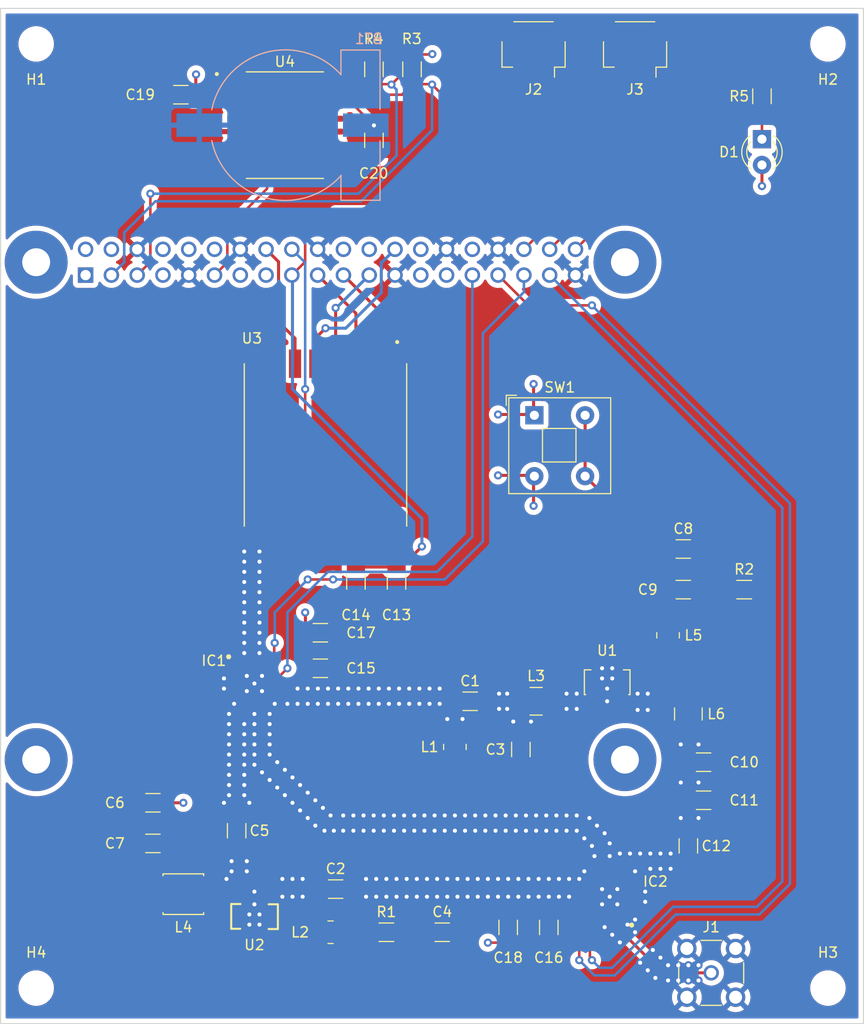
<source format=kicad_pcb>
(kicad_pcb (version 20211014) (generator pcbnew)
  (title_block (title "RF Communications Ground PCB") (date "2022-10-30") (rev "1") (company "Rice Eclipse"))
  (layers (0 "F.Cu" signal) (1 "In1.Cu" signal) (2 "In2.Cu" signal) (31 "B.Cu" signal) (34 "B.Paste" user) (35 "F.Paste" user) (36 "B.SilkS" user "B.Silkscreen") (37 "F.SilkS" user "F.Silkscreen") (38 "B.Mask" user) (39 "F.Mask" user) (44 "Edge.Cuts" user))
  (net 0 "")
  (net 4 "CTRL1A")
  (net 8 "Net-(L3-Pad2)")
  (net 9 "Net-(L5-Pad2)")
  (net 15 "CTRL1B")
  (net 17 "BUT3")
  (net 18 "BUT1")
  (net 19 "BUT2")
  (net 20 "NOAMP")
  (net 21 "LNA-TRX")
  (net 22 "PAMP-TRX")
  (net 23 "GND")
  (net 24 "Net-(IC2-Pad22)")
  (net 25 "CTRL2A")
  (net 26 "CTRL2B")
  (net 27 "TRX")
  (net 28 "+3.3V")
  (net 29 "+5V")
  (net 32 "LNA-ANT")
  (net 33 "PAMP-ANT")
  (net 34 "SDA")
  (net 35 "SCL")
  (net 36 "MISO")
  (net 37 "MOSI")
  (net 38 "SCLK")
  (net 39 "CS")
  (net 40 "RST-TRX")
  (net 41 "Net-(BT1-PadP)")
  (net 42 "Net-(C2-Pad2)")
  (net 43 "Net-(C5-Pad1)")
  (net 47 "DIO0")
  (net 50 "RST-RTC")
  (net 51 "Net-(C1-Pad2)")
  (net 52 "Net-(C4-Pad1)")
  (net 53 "Net-(C9-Pad2)")
  (net 54 "Net-(C10-Pad1)")
  (net 55 "Net-(D1-Pad1)")
  (net 56 "Net-(L2-Pad2)")
  (net 57 "Net-(C8-Pad1)")
  (net 58 "unconnected-(J2-PadMP)")
  (net 59 "unconnected-(J3-PadMP)")
  (footprint "Inductor_SMD:L_1008_2520Metric" (layer "F.Cu") (at 144.75 122.75 -90)
    (fp_text reference "L1")
    (fp_text value "40n")
  )
  (footprint "MountingHole:MountingHole_2.5mm" (layer "F.Cu") (at 103.5 53.5)
    (fp_text reference "H1")
    (fp_text value "MountingHole" hide)
  )
  (footprint "Capacitor_SMD:C_1206_3216Metric" (layer "F.Cu") (at 123.25 131 90)
    (fp_text reference "C5")
    (fp_text value "0.01u")
  )
  (footprint "MountingHole:MountingHole_2.5mm" (layer "F.Cu") (at 181.5 53.5)
    (fp_text reference "H2")
    (fp_text value "MountingHole" hide)
  )
  (footprint "Resistor_SMD:R_1206_3216Metric" (layer "F.Cu") (at 173.25 107.25)
    (fp_text reference "R2")
    (fp_text value "5.1R")
  )
  (footprint "Inductor_SMD:L_1210_3225Metric" (layer "F.Cu") (at 152.75 118.25)
    (fp_text reference "L3")
    (fp_text value "4.3n")
  )
  (footprint "Resistor_SMD:R_1206_3216Metric" (layer "F.Cu") (at 140.525 56 -90)
    (fp_text reference "R3")
    (fp_text value "4.7K")
  )
  (footprint "MountingHole:MountingHole_2.5mm" (layer "F.Cu") (at 181.5 146.5)
    (fp_text reference "H3")
    (fp_text value "MountingHole" hide)
  )
  (footprint "Button_Switch_THT:SW_Push_2P1T_Toggle_CK_PVA1xxH1xxxxxxV2" (layer "F.Cu") (at 152.5775 90.0775)
    (fp_text reference "SW1")
    (fp_text value "SW_SPST" hide)
  )
  (footprint "Eclipse_RF_Footprints:SWITCH-HSWA4-63DR+" (layer "F.Cu") (at 160 137.5 180)
    (fp_text reference "IC2")
    (fp_text value "SWITCH-HSWA4-63DR+" hide)
  )
  (footprint "Capacitor_SMD:C_1206_3216Metric" (layer "F.Cu") (at 169.25 124.25)
    (fp_text reference "C10")
    (fp_text value "6.8p")
  )
  (footprint "Eclipse_RF_Footprints:CHOKE-LQH44PN4R7MP0L" (layer "F.Cu") (at 118 137.25)
    (fp_text reference "L4")
    (fp_text value "CHOKE-LQH44PN4R7MP0L" hide)
  )
  (footprint "Connector_JST:JST_SH_SM04B-SRSS-TB_1x04-1MP_P1.00mm_Horizontal" (layer "F.Cu") (at 162.5 54 180)
    (fp_text reference "J3")
    (fp_text value "Conn_01x04")
  )
  (footprint "Inductor_SMD:L_1008_2520Metric" (layer "F.Cu") (at 165.75 111.75 -90)
    (fp_text reference "L5")
    (fp_text value "47n")
  )
  (footprint "Eclipse_RF_Footprints:RPI-4" (layer "F.Cu") (at 142.5 99.5)
    (fp_text reference "A1" hide)
    (fp_text value "RPI-ZERO-ADA3708" hide)
  )
  (footprint "Capacitor_SMD:C_1206_3216Metric" (layer "F.Cu") (at 154 140.525 90)
    (fp_text reference "C16")
    (fp_text value "100p")
  )
  (footprint "Eclipse_RF_Footprints:PAMP-HMC453ST89ETR" (layer "F.Cu") (at 159.75 116.5)
    (fp_text reference "U1")
    (fp_text value "HMC452ST89ETR" hide)
  )
  (footprint "Capacitor_SMD:C_1206_3216Metric" (layer "F.Cu") (at 150 140.525 90)
    (fp_text reference "C18")
    (fp_text value "1u")
  )
  (footprint "Capacitor_SMD:C_1206_3216Metric" (layer "F.Cu") (at 131.5 111.5)
    (fp_text reference "C17")
    (fp_text value "1u")
  )
  (footprint "Capacitor_SMD:C_1206_3216Metric" (layer "F.Cu") (at 135 106.5 90)
    (fp_text reference "C14")
    (fp_text value "0.1u")
  )
  (footprint "Capacitor_SMD:C_1206_3216Metric" (layer "F.Cu") (at 131.5 115)
    (fp_text reference "C15")
    (fp_text value "100p")
  )
  (footprint "Capacitor_SMD:C_1206_3216Metric" (layer "F.Cu") (at 117.75 58.5)
    (fp_text reference "C19")
    (fp_text value "0.47u")
  )
  (footprint "Eclipse_RF_Footprints:RTC-DS3231M-TRL" (layer "F.Cu") (at 128 61.5)
    (fp_text reference "U4")
    (fp_text value "DS3231M" hide)
  )
  (footprint "Capacitor_SMD:C_1206_3216Metric" (layer "F.Cu") (at 143.5 141)
    (fp_text reference "C4")
    (fp_text value "330p")
  )
  (footprint "Capacitor_SMD:C_1206_3216Metric" (layer "F.Cu") (at 146.25 118.25)
    (fp_text reference "C1")
    (fp_text value "12p")
  )
  (footprint "Capacitor_SMD:C_1206_3216Metric" (layer "F.Cu") (at 136.775 63 -90)
    (fp_text reference "C20")
    (fp_text value "0.47u")
  )
  (footprint "MountingHole:MountingHole_2.5mm" (layer "F.Cu") (at 103.5 146.5)
    (fp_text reference "H4")
    (fp_text value "MountingHole" hide)
  )
  (footprint "Capacitor_SMD:C_1206_3216Metric" (layer "F.Cu") (at 133 136.75 180)
    (fp_text reference "C2")
    (fp_text value "0.01u")
  )
  (footprint "Capacitor_SMD:C_1206_3216Metric" (layer "F.Cu") (at 115 128.25 180)
    (fp_text reference "C6")
    (fp_text value "10u")
  )
  (footprint "Capacitor_SMD:C_1206_3216Metric" (layer "F.Cu") (at 167.25 103.25)
    (fp_text reference "C8")
    (fp_text value "2.2u")
  )
  (footprint "Eclipse_RF_Footprints:SMA-LPRS-CONNECTOR" (layer "F.Cu") (at 170 145)
    (fp_text reference "J1")
    (fp_text value "SMA-LPRS-CONNECTOR" hide)
  )
  (footprint "Resistor_SMD:R_1206_3216Metric" (layer "F.Cu") (at 138 141)
    (fp_text reference "R1")
    (fp_text value "150R")
  )
  (footprint "LED_THT:LED_D3.0mm" (layer "F.Cu") (at 175 62.88125 -90)
    (fp_text reference "D1")
    (fp_text value "LED")
  )
  (footprint "Capacitor_SMD:C_1206_3216Metric" (layer "F.Cu") (at 139 106.5 90)
    (fp_text reference "C13")
    (fp_text value "10u")
  )
  (footprint "Eclipse_RF_Footprints:TRX-RFM98W-433" (layer "F.Cu") (at 132 93 -90)
    (fp_text reference "U3")
    (fp_text value "RFM96W-433S2" hide)
  )
  (footprint "Inductor_SMD:L_1210_3225Metric" (layer "F.Cu") (at 167.75 119.5 -90)
    (fp_text reference "L6")
    (fp_text value "5.1n")
  )
  (footprint "Capacitor_SMD:C_1206_3216Metric" (layer "F.Cu") (at 167.75 132.5 -90)
    (fp_text reference "C12")
    (fp_text value "39p")
  )
  (footprint "Resistor_SMD:R_1206_3216Metric" (layer "F.Cu") (at 175 58.65625 90)
    (fp_text reference "R5")
    (fp_text value "154R")
  )
  (footprint "Resistor_SMD:R_1206_3216Metric" (layer "F.Cu") (at 136.775 56 -90)
    (fp_text reference "R4")
    (fp_text value "4.7K")
  )
  (footprint "Inductor_SMD:L_1008_2520Metric" (layer "F.Cu") (at 132.5 141)
    (fp_text reference "L2")
    (fp_text value "620n")
  )
  (footprint "Capacitor_SMD:C_1206_3216Metric" (layer "F.Cu") (at 151.25 123 -90)
    (fp_text reference "C3")
    (fp_text value "15p")
  )
  (footprint "Capacitor_SMD:C_1206_3216Metric" (layer "F.Cu") (at 115 132.25 180)
    (fp_text reference "C7")
    (fp_text value "0.33u")
  )
  (footprint "Capacitor_SMD:C_1206_3216Metric" (layer "F.Cu") (at 167.25 107.25)
    (fp_text reference "C9")
    (fp_text value "100p")
  )
  (footprint "Eclipse_RF_Footprints:SWITCH-HSWA4-63DR+" (layer "F.Cu") (at 125 116.405)
    (fp_text reference "IC1")
    (fp_text value "SWITCH-HSWA4-63DR+" hide)
  )
  (footprint "Capacitor_SMD:C_1206_3216Metric" (layer "F.Cu") (at 169.25 128)
    (fp_text reference "C11")
    (fp_text value "6.8p")
  )
  (footprint "Eclipse_RF_Footprints:LNA-PGA-103+" (layer "F.Cu") (at 125 138.5 180)
    (fp_text reference "U2")
    (fp_text value "PGA-103+" hide)
  )
  (footprint "Connector_JST:JST_SH_SM04B-SRSS-TB_1x04-1MP_P1.00mm_Horizontal" (layer "F.Cu") (at 152.5 54 180)
    (fp_text reference "J2")
    (fp_text value "Conn_01x04")
  )
  (footprint "Eclipse_RF_Footprints:BATT-S8411-45R" (layer "B.Cu") (at 128 61.5 -90)
    (fp_text reference "BT1")
    (fp_text value "BATT-S8411-45R" hide)
  )
  (gr_rect (start 100 50) (end 185 150) (layer "Edge.Cuts") (width 0.1) (fill none))
  (segment (start 127.5 115.75) (end 128.25 115) (width 0.25) (layer "F.Cu") (net 4))
  (segment (start 126.95 115.75) (end 127.5 115.75) (width 0.25) (layer "F.Cu") (net 4))
  (via (at 128.25 115) (size 0.8) (drill 0.4) (layers "F.Cu" "B.Cu") (net 4))
  (segment (start 143 105.5) (end 132.25 105.5) (width 0.25) (layer "B.Cu") (net 4))
  (segment (start 146.47 102.03) (end 143 105.5) (width 0.25) (layer "B.Cu") (net 4))
  (segment (start 128.25 109.5) (end 128.25 115) (width 0.25) (layer "B.Cu") (net 4))
  (segment (start 146.47 76.27) (end 146.47 102.03) (width 0.25) (layer "B.Cu") (net 4))
  (segment (start 132.25 105.5) (end 128.25 109.5) (width 0.25) (layer "B.Cu") (net 4))
  (segment (start 158.1135 118.25) (end 154.15 118.25) (width 0.25) (layer "F.Cu") (net 8))
  (segment (start 164.050305 118.275) (end 164.050305 118.274695) (width 0.25) (layer "F.Cu") (net 9))
  (segment (start 164.050305 118.274695) (end 165.75 116.575) (width 0.3) (layer "F.Cu") (net 9))
  (segment (start 161.3665 118.275) (end 164.050305 118.275) (width 0.29337) (layer "F.Cu") (net 9))
  (segment (start 165.75 116.575) (end 165.75 112.825) (width 0.3) (layer "F.Cu") (net 9))
  (segment (start 164.050305 118.275) (end 167.575 118.275) (width 0.29337) (layer "F.Cu") (net 9))
  (segment (start 151.99 79.25) (end 149.01 76.27) (width 0.25) (layer "F.Cu") (net 15))
  (segment (start 157.345 138.155) (end 157 138.5) (width 0.25) (layer "F.Cu") (net 15))
  (segment (start 158.05 138.155) (end 157.345 138.155) (width 0.25) (layer "F.Cu") (net 15))
  (segment (start 158.25 79.25) (end 151.99 79.25) (width 0.25) (layer "F.Cu") (net 15))
  (segment (start 157 138.5) (end 157 143.75) (width 0.25) (layer "F.Cu") (net 15))
  (via (at 157 143.75) (size 0.8) (drill 0.4) (layers "F.Cu" "B.Cu") (net 15))
  (via (at 158.25 79.25) (size 0.8) (drill 0.4) (layers "F.Cu" "B.Cu") (net 15))
  (segment (start 160.5 145.25) (end 166.5 139.25) (width 0.25) (layer "B.Cu") (net 15))
  (segment (start 177.75 98.75) (end 177.75 136.25) (width 0.25) (layer "B.Cu") (net 15))
  (segment (start 174.75 139.25) (end 177.75 136.25) (width 0.25) (layer "B.Cu") (net 15))
  (segment (start 158.5 145.25) (end 160.5 145.25) (width 0.25) (layer "B.Cu") (net 15))
  (segment (start 158.25 79.25) (end 177.75 98.75) (width 0.25) (layer "B.Cu") (net 15))
  (segment (start 166.5 139.25) (end 174.75 139.25) (width 0.25) (layer "B.Cu") (net 15))
  (segment (start 158.5 145.25) (end 157 143.75) (width 0.25) (layer "B.Cu") (net 15))
  (segment (start 156.63 73.73) (end 163 67.36) (width 0.25) (layer "F.Cu") (net 17))
  (segment (start 163 67.36) (end 163 56) (width 0.25) (layer "F.Cu") (net 17))
  (segment (start 151.55 73.73) (end 161 64.28) (width 0.25) (layer "F.Cu") (net 18))
  (segment (start 161 64.28) (end 161 56) (width 0.25) (layer "F.Cu") (net 18))
  (segment (start 162 65.82) (end 162 56) (width 0.25) (layer "F.Cu") (net 19))
  (segment (start 154.09 73.73) (end 162 65.82) (width 0.25) (layer "F.Cu") (net 19))
  (segment (start 159.25 135.455) (end 159.25 132.25) (width 0.29337) (layer "F.Cu") (net 20))
  (segment (start 159.25 132.25) (end 157.25 130.25) (width 0.29337) (layer "F.Cu") (net 20))
  (segment (start 157.25 130.25) (end 132 130.25) (width 0.29337) (layer "F.Cu") (net 20))
  (segment (start 125.75 124) (end 125.75 118.45) (width 0.29337) (layer "F.Cu") (net 20))
  (segment (start 132 130.25) (end 125.75 124) (width 0.29337) (layer "F.Cu") (net 20))
  (segment (start 123.25 120) (end 123.25 129.525) (width 0.29337) (layer "F.Cu") (net 21))
  (segment (start 124.25 119) (end 123.25 120) (width 0.29337) (layer "F.Cu") (net 21))
  (segment (start 124.25 118.45) (end 124.25 119) (width 0.29337) (layer "F.Cu") (net 21))
  (segment (start 128 117.75) (end 127.5 117.25) (width 0.29337) (layer "F.Cu") (net 22))
  (segment (start 144.275 117.75) (end 144.775 118.25) (width 0.29337) (layer "F.Cu") (net 22))
  (segment (start 128 117.75) (end 144.275 117.75) (width 0.29337) (layer "F.Cu") (net 22))
  (segment (start 127.5 117.25) (end 126.95 117.25) (width 0.29337) (layer "F.Cu") (net 22))
  (segment (start 144.75 121.675) (end 144.75 118.275) (width 0.29337) (layer "F.Cu") (net 22))
  (segment (start 161.355 139.25) (end 161.25 139.355) (width 0.25) (layer "F.Cu") (net 23))
  (segment (start 122.25 116.75) (end 122 117) (width 0.25) (layer "F.Cu") (net 23))
  (segment (start 125.75 114.55) (end 125.75 113.75) (width 0.25) (layer "F.Cu") (net 23))
  (segment (start 126.95 117.75) (end 126.95 118.45) (width 0.25) (layer "F.Cu") (net 23))
  (segment (start 161.95 138.155) (end 163.345 138.155) (width 0.25) (layer "F.Cu") (net 23))
  (segment (start 160.855 139.25) (end 160.75 139.355) (width 0.25) (layer "F.Cu") (net 23))
  (segment (start 122.25 115.25) (end 122 115.5) (width 0.25) (layer "F.Cu") (net 23))
  (segment (start 160.25 135.33) (end 160.25 133.75) (width 0.25) (layer "F.Cu") (net 23))
  (segment (start 122.25 117.25) (end 122 117) (width 0.25) (layer "F.Cu") (net 23))
  (segment (start 128 116.75) (end 128.25 117) (width 0.25) (layer "F.Cu") (net 23))
  (segment (start 122.25 116.25) (end 122 116) (width 0.25) (layer "F.Cu") (net 23))
  (segment (start 123.05 116.75) (end 122.25 116.75) (width 0.25) (layer "F.Cu") (net 23))
  (segment (start 123.05 115.75) (end 122.25 115.75) (width 0.25) (layer "F.Cu") (net 23))
  (segment (start 159.75 139.355) (end 159.75 140.25) (width 0.25) (layer "F.Cu") (net 23))
  (segment (start 125.25 118.45) (end 125.25 119.25) (width 0.25) (layer "F.Cu") (net 23))
  (segment (start 159.25 139.355) (end 159.25 140.25) (width 0.25) (layer "F.Cu") (net 23))
  (segment (start 161.95 136.655) (end 163.155 136.655) (width 0.25) (layer "F.Cu") (net 23))
  (segment (start 126.95 116.75) (end 128 116.75) (width 0.25) (layer "F.Cu") (net 23))
  (segment (start 163.345 137.155) (end 163.5 137) (width 0.25) (layer "F.Cu") (net 23))
  (segment (start 158 135.5) (end 158.705 135.5) (width 0.25) (layer "F.Cu") (net 23))
  (segment (start 158.9 140.5) (end 159.5 140.5) (width 0.25) (layer "F.Cu") (net 23))
  (segment (start 161.355 139.25) (end 160.855 139.25) (width 0.25) (layer "F.Cu") (net 23))
  (segment (start 162.5 139.75) (end 162 139.25) (width 0.25) (layer "F.Cu") (net 23))
  (segment (start 162 139.25) (end 162 138.705) (width 0.25) (layer "F.Cu") (net 23))
  (segment (start 161.95 137.655) (end 163.155 137.655) (width 0.25) (layer "F.Cu") (net 23))
  (segment (start 123.05 116.25) (end 122.25 116.25) (width 0.25) (layer "F.Cu") (net 23))
  (segment (start 126.25 113.75) (end 126 113.5) (width 0.25) (layer "F.Cu") (net 23))
  (segment (start 124.75 118.45) (end 124.75 119.25) (width 0.25) (layer "F.Cu") (net 23))
  (segment (start 123.75 114.55) (end 123.75 113.75) (width 0.25) (layer "F.Cu") (net 23))
  (segment (start 123.05 117.25) (end 122.25 117.25) (width 0.25) (layer "F.Cu") (net 23))
  (segment (start 124.75 119.25) (end 125 119.5) (width 0.25) (layer "F.Cu") (net 23))
  (segment (start 163.155 136.655) (end 163.5 137) (width 0.25) (layer "F.Cu") (net 23))
  (segment (start 126.25 118.45) (end 126.95 118.45) (width 0.25) (layer "F.Cu") (net 23))
  (segment (start 122 115.5) (end 122 116) (width 0.25) (layer "F.Cu") (net 23))
  (segment (start 162 136.105) (end 161.95 136.155) (width 0.25) (layer "F.Cu") (net 23))
  (segment (start 161.95 137.155) (end 163.345 137.155) (width 0.25) (layer "F.Cu") (net 23))
  (segment (start 159.25 140.25) (end 159.5 140.5) (width 0.25) (layer "F.Cu") (net 23))
  (segment (start 124.25 113.75) (end 124 113.5) (width 0.25) (layer "F.Cu") (net 23))
  (segment (start 158.75 140.35) (end 158.9 140.5) (width 0.25) (layer "F.Cu") (net 23))
  (segment (start 122.25 115.75) (end 122 116) (width 0.25) (layer "F.Cu") (net 23))
  (segment (start 161.295 135.5) (end 161.25 135.455) (width 0.25) (layer "F.Cu") (net 23))
  (segment (start 126.95 118.45) (end 127 118.5) (width 0.25) (layer "F.Cu") (net 23))
  (segment (start 158 136.105) (end 158.05 136.155) (width 0.25) (layer "F.Cu") (net 23))
  (segment (start 158 135.5) (end 158 136.105) (width 0.25) (layer "F.Cu") (net 23))
  (segment (start 158.05 137.155) (end 159.75 137.155) (width 0.25) (layer "F.Cu") (net 23))
  (segment (start 126.25 114.55) (end 126.25 113.75) (width 0.25) (layer "F.Cu") (net 23))
  (segment (start 160.25 133.75) (end 160 133.5) (width 0.25) (layer "F.Cu") (net 23))
  (segment (start 125.25 119.25) (end 125 119.5) (width 0.25) (layer "F.Cu") (net 23))
  (segment (start 125.75 113.75) (end 125.5 113.5) (width 0.25) (layer "F.Cu") (net 23))
  (segment (start 124.25 114.55) (end 124.25 113.75) (width 0.25) (layer "F.Cu") (net 23))
  (segment (start 163.155 137.655) (end 163.5 138) (width 0.25) (layer "F.Cu") (net 23))
  (segment (start 123.05 117.75) (end 123.05 118.45) (width 0.25) (layer "F.Cu") (net 23))
  (segment (start 159.75 135.33) (end 159.75 133.75) (width 0.25) (layer "F.Cu") (net 23))
  (segment (start 159.75 133.75) (end 160 133.5) (width 0.25) (layer "F.Cu") (net 23))
  (segment (start 123.75 118.45) (end 123.05 118.45) (width 0.25) (layer "F.Cu") (net 23))
  (segment (start 126 113.5) (end 125.5 113.5) (width 0.25) (layer "F.Cu") (net 23))
  (segment (start 128.25 117) (end 129.25 117) (width 0.25) (layer "F.Cu") (net 23))
  (segment (start 163.345 138.155) (end 163.5 138) (width 0.25) (layer "F.Cu") (net 23))
  (segment (start 157.5 135) (end 158 135.5) (width 0.25) (layer "F.Cu") (net 23))
  (segment (start 159.75 140.25) (end 159.5 140.5) (width 0.25) (layer "F.Cu") (net 23))
  (segment (start 123.05 118.45) (end 123 118.5) (width 0.25) (layer "F.Cu") (net 23))
  (segment (start 123.75 113.75) (end 124 113.5) (width 0.25) (layer "F.Cu") (net 23))
  (segment (start 162.5 135) (end 162 135.5) (width 0.25) (layer "F.Cu") (net 23))
  (segment (start 162 135.5) (end 162 136.105) (width 0.25) (layer "F.Cu") (net 23))
  (segment (start 158.705 135.5) (end 158.75 135.455) (width 0.25) (layer "F.Cu") (net 23))
  (segment (start 125.25 113.75) (end 125.5 113.5) (width 0.25) (layer "F.Cu") (net 23))
  (segment (start 158.75 139.355) (end 158.75 140.35) (width 0.25) (layer "F.Cu") (net 23))
  (segment (start 125.25 114.55) (end 125.25 113.75) (width 0.25) (layer "F.Cu") (net 23))
  (segment (start 162 135.5) (end 161.295 135.5) (width 0.25) (layer "F.Cu") (net 23))
  (segment (start 162 138.705) (end 161.95 138.655) (width 0.25) (layer "F.Cu") (net 23))
  (segment (start 162 139.25) (end 161.355 139.25) (width 0.25) (layer "F.Cu") (net 23))
  (segment (start 123.05 115.25) (end 122.25 115.25) (width 0.25) (layer "F.Cu") (net 23))
  (via (at 124 105.5) (size 0.8) (drill 0.4) (layers "F.Cu" "B.Cu") (net 23))
  (via (at 128 125) (size 0.8) (drill 0.4) (layers "F.Cu" "B.Cu") (net 23))
  (via (at 125.5 108.5) (size 0.8) (drill 0.4) (layers "F.Cu" "B.Cu") (net 23))
  (via (at 122.75 135) (size 0.8) (drill 0.4) (layers "F.Cu" "B.Cu") (net 23))
  (via (at 124 110.5) (size 0.8) (drill 0.4) (layers "F.Cu" "B.Cu") (net 23))
  (via (at 126.5 121.5) (size 0.8) (drill 0.4) (layers "F.Cu" "B.Cu") (net 23))
  (via (at 166 133.25) (size 0.8) (drill 0.4) (layers "F.Cu" "B.Cu") (net 23))
  (via (at 147 135.75) (size 0.8) (drill 0.4) (layers "F.Cu" "B.Cu") (net 23))
  (via (at 159.5 131.25) (size 0.8) (drill 0.4) (layers "F.Cu" "B.Cu") (net 23))
  (via (at 134.25 117) (size 0.8) (drill 0.4) (layers "F.Cu" "B.Cu") (net 23))
  (via (at 130.25 129.75) (size 0.8) (drill 0.4) (layers "F.Cu" "B.Cu") (net 23))
  (via (at 131.25 118.5) (size 0.8) (drill 0.4) (layers "F.Cu" "B.Cu") (net 23))
  (via (at 122 117) (size 0.8) (drill 0.4) (layers "F.Cu" "B.Cu") (net 23))
  (via (at 159.25 116) (size 0.8) (drill 0.4) (layers "F.Cu" "B.Cu") (net 23))
  (via (at 148.75 131) (size 0.8) (drill 0.4) (layers "F.Cu" "B.Cu") (net 23))
  (via (at 124 113.5) (size 0.8) (drill 0.4) (layers "F.Cu" "B.Cu") (net 23))
  (via (at 139.25 117) (size 0.8) (drill 0.4) (layers "F.Cu" "B.Cu") (net 23))
  (via (at 124 112.5) (size 0.8) (drill 0.4) (layers "F.Cu" "B.Cu") (net 23))
  (via (at 136.75 129.5) (size 0.8) (drill 0.4) (layers "F.Cu" "B.Cu") (net 23))
  (via (at 152.75 129.5) (size 0.8) (drill 0.4) (layers "F.Cu" "B.Cu") (net 23))
  (via (at 137.25 117) (size 0.8) (drill 0.4) (layers "F.Cu" "B.Cu") (net 23))
  (via (at 154.75 129.5) (size 0.8) (drill 0.4) (layers "F.Cu" "B.Cu") (net 23))
  (via (at 155.75 119) (size 0.8) (drill 0.4) (layers "F.Cu" "B.Cu") (net 23))
  (via (at 149.9 119) (size 0.8) (drill 0.4) (layers "F.Cu" "B.Cu") (net 23))
  (via (at 134.75 131) (size 0.8) (drill 0.4) (layers "F.Cu" "B.Cu") (net 23))
  (via (at 147.75 131) (size 0.8) (drill 0.4) (layers "F.Cu" "B.Cu") (net 23))
  (via (at 147 137.5) (size 0.8) (drill 0.4) (layers "F.Cu" "B.Cu") (net 23))
  (via (at 145 137.5) (size 0.8) (drill 0.4) (layers "F.Cu" "B.Cu") (net 23))
  (via (at 136 137.5) (size 0.8) (drill 0.4) (layers "F.Cu" "B.Cu") (net 23))
  (via (at 136 135.75) (size 0.8) (drill 0.4) (layers "F.Cu" "B.Cu") (net 23))
  (via (at 159.25 115) (size 0.8) (drill 0.4) (layers "F.Cu" "B.Cu") (net 23))
  (via (at 155.75 131) (size 0.8) (drill 0.4) (layers "F.Cu" "B.Cu") (net 23))
  (via (at 122.5 123.5) (size 0.8) (drill 0.4) (layers "F.Cu" "B.Cu") (net 23))
  (via (at 165 133.25) (size 0.8) (drill 0.4) (layers "F.Cu" "B.Cu") (net 23))
  (via (at 163.75 117.5) (size 0.8) (drill 0.4) (layers "F.Cu" "B.Cu") (net 23))
  (via (at 149 137.5) (size 0.8) (drill 0.4) (layers "F.Cu" "B.Cu") (net 23))
  (via (at 156.75 119) (size 0.8) (drill 0.4) (layers "F.Cu" "B.Cu") (net 23))
  (via (at 145 135.75) (size 0.8) (drill 0.4) (layers "F.Cu" "B.Cu") (net 23))
  (via (at 125 116.5) (size 0.8) (drill 0.4) (layers "F.Cu" "B.Cu") (net 23))
  (via (at 126.5 120.5) (size 0.8) (drill 0.4) (layers "F.Cu" "B.Cu") (net 23))
  (via (at 147.75 129.5) (size 0.8) (drill 0.4) (layers "F.Cu" "B.Cu") (net 23))
  (via (at 139 137.5) (size 0.8) (drill 0.4) (layers "F.Cu" "B.Cu") (net 23))
  (via (at 129.25 118.5) (size 0.8) (drill 0.4) (layers "F.Cu" "B.Cu") (net 23))
  (via (at 125 119.5) (size 0.8) (drill 0.4) (layers "F.Cu" "B.Cu") (net 23))
  (via (at 138.75 131) (size 0.8) (drill 0.4) (layers "F.Cu" "B.Cu") (net 23))
  (via (at 163 144) (size 0.8) (drill 0.4) (layers "F.Cu" "B.Cu") (net 23))
  (via (at 153.75 131) (size 0.8) (drill 0.4) (layers "F.Cu" "B.Cu") (net 23))
  (via (at 125.5 113.5) (size 0.8) (drill 0.4) (layers "F.Cu" "B.Cu") (net 23))
  (via (at 165.75 145.75) (size 0.8) (drill 0.4) (layers "F.Cu" "B.Cu") (net 23))
  (via (at 168.75 126.25) (size 0.8) (drill 0.4) (layers "F.Cu" "B.Cu") (net 23))
  (via (at 129.25 117) (size 0.8) (drill 0.4) (layers "F.Cu" "B.Cu") (net 23))
  (via (at 149.9 117.5) (size 0.8) (drill 0.4) (layers "F.Cu" "B.Cu") (net 23))
  (via (at 129.75 137.5) (size 0.8) (drill 0.4) (layers "F.Cu" "B.Cu") (net 23))
  (via (at 125.5 139.25) (size 0.8) (drill 0.4) (layers "F.Cu" "B.Cu") (net 23))
  (via (at 166.75 145.75) (size 0.8) (drill 0.4) (layers "F.Cu" "B.Cu") (net 23))
  (via (at 162.75 117.5) (size 0.8) (drill 0.4) (layers "F.Cu" "B.Cu") (net 23))
  (via (at 130.25 117) (size 0.8) (drill 0.4) (layers "F.Cu" "B.Cu") (net 23))
  (via (at 141.25 117) (size 0.8) (drill 0.4) (layers "F.Cu" "B.Cu") (net 23))
  (via (at 148.75 129.5) (size 0.8) (drill 0.4) (layers "F.Cu" "B.Cu") (net 23))
  (via (at 128.75 137.5) (size 0.8) (drill 0.4) (layers "F.Cu" "B.Cu") (net 23))
  (via (at 127.25 124.25) (size 0.8) (drill 0.4) (layers "F.Cu" "B.Cu") (net 23))
  (via (at 125.75 115.75) (size 0.8) (drill 0.4) (layers "F.Cu" "B.Cu") (net 23))
  (via (at 122 128.25) (size 0.8) (drill 0.4) (layers "F.Cu" "B.Cu") (net 23))
  (via (at 167.75 145.75) (size 0.8) (drill 0.4) (layers "F.Cu" "B.Cu") (net 23))
  (via (at 124.5 140.25) (size 0.8) (drill 0.4) (layers "F.Cu" "B.Cu") (net 23))
  (via (at 144.75 131) (size 0.8) (drill 0.4) (layers "F.Cu" "B.Cu") (net 23))
  (via (at 151.75 129.5) (size 0.8) (drill 0.4) (layers "F.Cu" "B.Cu") (net 23))
  (via (at 125 120.5) (size 0.8) (drill 0.4) (layers "F.Cu" "B.Cu") (net 23))
  (via (at 152.25 120.25) (size 0.8) (drill 0.4) (layers "F.Cu" "B.Cu") (net 23))
  (via (at 124 120.5) (size 0.8) (drill 0.4) (layers "F.Cu" "B.Cu") (net 23))
  (via (at 150.75 131) (size 0.8) (drill 0.4) (layers "F.Cu" "B.Cu") (net 23))
  (via (at 124 125.5) (size 0.8) (drill 0.4) (layers "F.Cu" "B.Cu") (net 23))
  (via (at 153.75 129.5) (size 0.8) (drill 0.4) (layers "F.Cu" "B.Cu") (net 23))
  (via (at 124 127.5) (size 0.8) (drill 0.4) (layers "F.Cu" "B.Cu") (net 23))
  (via (at 149.1 117.5) (size 0.8) (drill 0.4) (layers "F.Cu" "B.Cu") (net 23))
  (via (at 124 109.5) (size 0.8) (drill 0.4) (layers "F.Cu" "B.Cu") (net 23))
  (via (at 161 142) (size 0.8) (drill 0.4) (layers "F.Cu" "B.Cu") (net 23))
  (via (at 153 137.5) (size 0.8) (drill 0.4) (layers "F.Cu" "B.Cu") (net 23))
  (via (at 136.25 117) (size 0.8) (drill 0.4) (layers "F.Cu" "B.Cu") (net 23))
  (via (at 150 135.75) (size 0.8) (drill 0.4) (layers "F.Cu" "B.Cu") (net 23))
  (via (at 158.75 130.5) (size 0.8) (drill 0.4) (layers "F.Cu" "B.Cu") (net 23))
  (via (at 162.5 135) (size 0.8) (drill 0.4) (layers "F.Cu" "B.Cu") (net 23))
  (via (at 141.75 129.5) (size 0.8) (drill 0.4) (layers "F.Cu" "B.Cu") (net 23))
  (via (at 125.5 105.5) (size 0.8) (drill 0.4) (layers "F.Cu" "B.Cu") (net 23))
  (via (at 142.25 117) (size 0.8) (drill 0.4) (layers "F.Cu" "B.Cu") (net 23))
  (via (at 146 137.5) (size 0.8) (drill 0.4) (layers "F.Cu" "B.Cu") (net 23))
  (via (at 156 135.75) (size 0.8) (drill 0.4) (layers "F.Cu" "B.Cu") (net 23))
  (via (at 142 137.5) (size 0.8) (drill 0.4) (layers "F.Cu" "B.Cu") (net 23))
  (via (at 137.75 131) (size 0.8) (drill 0.4) (layers "F.Cu" "B.Cu") (net 23))
  (via (at 128 127.5) (size 0.8) (drill 0.4) (layers "F.Cu" "B.Cu") (net 23))
  (via (at 163 133.25) (size 0.8) (drill 0.4) (layers "F.Cu" "B.Cu") (net 23))
  (via (at 142.75 129.5) (size 0.8) (drill 0.4) (layers "F.Cu" "B.Cu") (net 23))
  (via (at 156.75 129.5) (size 0.8) (drill 0.4) (layers "F.Cu" "B.Cu") (net 23))
  (via (at 145.5 120) (size 0.8) (drill 0.4) (layers "F.Cu" "B.Cu") (net 23))
  (via (at 124 106.5) (size 0.8) (drill 0.4) (layers "F.Cu" "B.Cu") (net 23))
  (via (at 136.75 131) (size 0.8) (drill 0.4) (layers "F.Cu" "B.Cu") (net 23))
  (via (at 127.25 126.75) (size 0.8) (drill 0.4) (layers "F.Cu" "B.Cu") (net 23))
  (via (at 141 135.75) (size 0.8) (drill 0.4) (layers "F.Cu" "B.Cu") (net 23))
  (via (at 135.25 117) (size 0.8) (drill 0.4) (layers "F.Cu" "B.Cu") (net 23))
  (via (at 156 137.5) (size 0.8) (drill 0.4) (layers "F.Cu" "B.Cu") (net 23))
  (via (at 148 135.75) (size 0.8) (drill 0.4) (layers "F.Cu" "B.Cu") (net 23))
  (via (at 148 137.5) (size 0.8) (drill 0.4) (layers "F.Cu" "B.Cu") (net 23))
  (via (at 132.25 118.5) (size 0.8) (drill 0.4) (layers "F.Cu" "B.Cu") (net 23))
  (via (at 156.75 117.5) (size 0.8) (drill 0.4) (layers "F.Cu" "B.Cu") (net 23))
  (via (at 124.25 135) (size 0.8) (drill 0.4) (layers "F.Cu" "B.Cu") (net 23))
  (via (at 161 133.25) (size 0.8) (drill 0.4) (layers "F.Cu" "B.Cu") (net 23))
  (via (at 143 135.75) (size 0.8) (drill 0.4) (layers "F.Cu" "B.Cu") (net 23))
  (via (at 155 135.75) (size 0.8) (drill 0.4) (layers "F.Cu" "B.Cu") (net 23))
  (via (at 144 137.5) (size 0.8) (drill 0.4) (layers "F.Cu" "B.Cu") (net 23))
  (via (at 124 124.5) (size 0.8) (drill 0.4) (layers "F.Cu" "B.Cu") (net 23))
  (via (at 138 135.75) (size 0.8) (drill 0.4) (layers "F.Cu" "B.Cu") (net 23))
  (via (at 137 135.75) (size 0.8) (drill 0.4) (layers "F.Cu" "B.Cu") (net 23))
  (via (at 123 118.5) (size 0.8) (drill 0.4) (layers "F.Cu" "B.Cu") (net 23))
  (via (at 167 129.75) (size 0.8) (drill 0.4) (layers "F.Cu" "B.Cu") (net 23))
  (via (at 158 129.75) (size 0.8) (drill 0.4) (layers "F.Cu" "B.Cu") (net 23))
  (via (at 168.75 144.25) (size 0.8) (drill 0.4) (layers "F.Cu" "B.Cu") (net 23))
  (via (at 124.25 134) (size 0.8) (drill 0.4) (layers "F.Cu" "B.Cu") (net 23))
  (via (at 125 124.5) (size 0.8) (drill 0.4) (layers "F.Cu" "B.Cu") (net 23))
  (via (at 140.75 129.5) (size 0.8) (drill 0.4) (layers "F.Cu" "B.Cu") (net 23))
  (via (at 139.25 118.5) (size 0.8) (drill 0.4) (layers "F.Cu" "B.Cu") (net 23))
  (via (at 127 118.5) (size 0.8) (drill 0.4) (layers "F.Cu" "B.Cu") (net 23))
  (via (at 157 135.75) (size 0.8) (drill 0.4) (layers "F.Cu" "B.Cu") (net 23))
  (via (at 144 120) (size 0.8) (drill 0.4) (layers "F.Cu" "B.Cu") (net 23))
  (via (at 143.25 118.5) (size 0.8) (drill 0.4) (layers "F.Cu" "B.Cu") (net 23))
  (via (at 128.75 135.75) (size 0.8) (drill 0.4) (layers "F.Cu" "B.Cu") (net 23))
  (via (at 135.25 118.5) (size 0.8) (drill 0.4) (layers "F.Cu" "B.Cu") (net 23))
  (via (at 145.75 129.5) (size 0.8) (drill 0.4) (layers "F.Cu" "B.Cu") (net 23))
  (via (at 125 138.25) (size 0.8) (drill 0.4) (layers "F.Cu" "B.Cu") (net 23))
  (via (at 137 137.5) (size 0.8) (drill 0.4) (layers "F.Cu" "B.Cu") (net 23))
  (via (at 137.25 118.5) (size 0.8) (drill 0.4) (layers "F.Cu" "B.Cu") (net 23))
  (via (at 164.25 142.75) (size 0.8) (drill 0.4) (layers "F.Cu" "B.Cu") (net 23))
  (via (at 154 135.75) (size 0.8) (drill 0.4) (layers "F.Cu" "B.Cu") (net 23))
  (via (at 159.25 138.25) (size 0.8) (drill 0.4) (layers "F.Cu" "B.Cu") (net 23))
  (via (at 161.75 140.25) (size 0.8) (drill 0.4) (layers "F.Cu" "B.Cu") (net 23))
  (via (at 158.5 133.5) (size 0.8) (drill 0.4) (layers "F.Cu" "B.Cu") (net 23))
  (via (at 158.25 132.5) (size 0.8) (drill 0.4) (layers "F.Cu" "B.Cu") (net 23))
  (via (at 125.5 104.5) (size 0.8) (drill 0.4) (layers "F.Cu" "B.Cu") (net 23))
  (via (at 125.5 109.5) (size 0.8) (drill 0.4) (layers "F.Cu" "B.Cu") (net 23))
  (via (at 138.25 118.5) (size 0.8) (drill 0.4) (layers "F.Cu" "B.Cu") (net 23))
  (via (at 160 132.25) (size 0.8) (drill 0.4) (layers "F.Cu" "B.Cu") (net 23))
  (via (at 152 137.5) (size 0.8) (drill 0.4) (layers "F.Cu" "B.Cu") (net 23))
  (via (at 125 123.5) (size 0.8) (drill 0.4) (layers "F.Cu" "B.Cu") (net 23))
  (via (at 125.75 117.25) (size 0.8) (drill 0.4) (layers "F.Cu" "B.Cu") (net 23))
  (via (at 168.75 122.5) (size 0.8) (drill 0.4) (layers "F.Cu" "B.Cu") (net 23))
  (via (at 154 137.5) (size 0.8) (drill 0.4) (layers "F.Cu" "B.Cu") (net 23))
  (via (at 142 135.75) (size 0.8) (drill 0.4) (layers "F.Cu" "B.Cu") (net 23))
  (via (at 162.5 139.75) (size 0.8) (drill 0.4) (layers "F.Cu" "B.Cu") (net 23))
  (via (at 140.25 118.5) (size 0.8) (drill 0.4) (layers "F.Cu" "B.Cu") (net 23))
  (via (at 126.5 123.5) (size 0.8) (drill 0.4) (layers "F.Cu" "B.Cu") (net 23))
  (via (at 135.75 129.5) (size 0.8) (drill 0.4) (layers "F.Cu" "B.Cu") (net 23))
  (via (at 125.5 112.5) (size 0.8) (drill 0.4) (layers "F.Cu" "B.Cu") (net 23))
  (via (at 140 135.75) (size 0.8) (drill 0.4) (layers "F.Cu" "B.Cu") (net 23))
  (via (at 129.75 135.75) (size 0.8) (drill 0.4) (layers "F.Cu" "B.Cu") (net 23))
  (via (at 132.5 129.5) (size 0.8) (drill 0.4) (layers "F.Cu" "B.Cu") (net 23))
  (via (at 160.75 138.25) (size 0.8) (drill 0.4) (layers "F.Cu" "B.Cu") (net 23))
  (via (at 124 108.5) (size 0.8) (drill 0.4) (layers "F.Cu" "B.Cu") (net 23))
  (via (at 134.75 129.5) (size 0.8) (drill 0.4) (layers "F.Cu" "B.Cu") (net 23))
  (via (at 125.75 125.25) (size 0.8) (drill 0.4) (layers "F.Cu" "B.Cu") (net 23))
  (via (at 157.5 131.75) (size 0.8) (drill 0.4) (layers "F.Cu" "B.Cu") (net 23))
  (via (at 159.25 136.75) (size 0.8) (drill 0.4) (layers "F.Cu" "B.Cu") (net 23))
  (via (at 125.5 140.25) (size 0.8) (drill 0.4) (layers "F.Cu" "B.Cu") (net 23))
  (via (at 131.75 128.75) (size 0.8) (drill 0.4) (layers "F.Cu" "B.Cu") (net 23))
  (via (at 145.75 131) (size 0.8) (drill 0.4) (layers "F.Cu" "B.Cu") (net 23))
  (via (at 142.25 118.5) (size 0.8) (drill 0.4) (layers "F.Cu" "B.Cu") (net 23))
  (via (at 168.75 129.75) (size 0.8) (drill 0.4) (layers "F.Cu" "B.Cu") (net 23))
  (via (at 122.75 134) (size 0.8) (drill 0.4) (layers "F.Cu" "B.Cu") (net 23))
  (via (at 160.25 115) (size 0.8) (drill 0.4) (layers "F.Cu" "B.Cu") (net 23))
  (via (at 163.5 137) (size 0.8) (drill 0.4) (layers "F.Cu" "B.Cu") (net 23))
  (via (at 151 137.5) (size 0.8) (drill 0.4) (layers "F.Cu" "B.Cu") (net 23))
  (via (at 153 135.75) (size 0.8) (drill 0.4) (layers "F.Cu" "B.Cu") (net 23))
  (via (at 155.75 117.5) (size 0.8) (drill 0.4) (layers "F.Cu" "B.Cu") (net 23))
  (via (at 157.5 135) (size 0.8) (drill 0.4) (layers "F.Cu" "B.Cu") (net 23))
  (via (at 164 134.75) (size 0.8) (drill 0.4) (layers "F.Cu" "B.Cu") (net 23))
  (via (at 140 137.5) (size 0.8) (drill 0.4) (layers "F.Cu" "B.Cu") (net 23))
  (via (at 126.5 122.5) (size 0.8) (drill 0.4) (layers "F.Cu" "B.Cu") (net 23))
  (via (at 132.825 131) (size 0.8) (drill 0.4) (layers "F.Cu" "B.Cu") (net 23))
  (via (at 162.5 141) (size 0.8) (drill 0.4) (layers "F.Cu" "B.Cu") (net 23))
  (via (at 125.5 111.5) (size 0.8) (drill 0.4) (layers "F.Cu" "B.Cu") (net 23))
  (via (at 155 137.5) (size 0.8) (drill 0.4) (layers "F.Cu" "B.Cu") (net 23))
  (via (at 124.5 128.25) (size 0.8) (drill 0.4) (layers "F.Cu" "B.Cu") (net 23))
  (via (at 128.25 118.5) (size 0.8) (drill 0.4) (layers "F.Cu" "B.Cu") (net 23))
  (via (at 122.5 124.5) (size 0.8) (drill 0.4) (layers "F.Cu" "B.Cu") (net 23))
  (via (at 165 143.5) (size 0.8) (drill 0.4) (layers "F.Cu" "B.Cu") (net 23))
  (via (at 122.5 126.5) (size 0.8) (drill 0.4) (layers "F.Cu" "B.Cu") (net 23))
  (via (at 124 111.5) (size 0.8) (drill 0.4) (layers "F.Cu" "B.Cu") (net 23))
  (via (at 155.75 129.5) (size 0.8) (drill 0.4) (layers "F.Cu" "B.Cu") (net 23))
  (via (at 140.75 131) (size 0.8) (drill 0.4) (layers "F.Cu" "B.Cu") (net 23))
  (via (at 146.75 131) (size 0.8) (drill 0.4) (layers "F.Cu" "B.Cu") (net 23))
  (via (at 134.25 118.5) (size 0.8) (drill 0.4) (layers "F.Cu" "B.Cu") (net 23))
  (via (at 122.25 135.75) (size 0.8) (drill 0.4) (layers "F.Cu" "B.Cu") (net 23))
  (via (at 159.5 140.5) (size 0.8) (drill 0.4) (layers "F.Cu" "B.Cu") (net 23))
  (via (at 164.5 145.5) (size 0.8) (drill 0.4) (layers "F.Cu" "B.Cu") (net 23))
  (via (at 159.75 117) (size 0.8) (drill 0.4) (layers "F.Cu" "B.Cu") (net 23))
  (via (at 131.9 131) (size 0.8) (drill 0.4) (layers "F.Cu" "B.Cu") (net 23))
  (via (at 130.25 118.5) (size 0.8) (drill 0.4) (layers "F.Cu" "B.Cu") (net 23))
  (via (at 128.75 125.75) (size 0.8) (drill 0.4) (layers "F.Cu" "B.Cu") (net 23))
  (via (at 131.25 117) (size 0.8) (drill 0.4) (layers "F.Cu" "B.Cu") (net 23))
  (via (at 133.75 129.5) (size 0.8) (drill 0.4) (layers "F.Cu" "B.Cu") (net 23))
  (via (at 133.25 117) (size 0.8) (drill 0.4) (layers "F.Cu" "B.Cu") (net 23))
  (via (at 142.75 131) (size 0.8) (drill 0.4) (layers "F.Cu" "B.Cu") (net 23))
  (via (at 122.5 120.5) (size 0.8) (drill 0.4) (layers "F.Cu" "B.Cu") (net 23))
  (via (at 146.75 129.5) (size 0.8) (drill 0.4) (layers "F.Cu" "B.Cu") (net 23))
  (via (at 122 116) (size 0.8) (drill 0.4) (layers "F.Cu" "B.Cu") (net 23))
  (via (at 126.5 126) (size 0.8) (drill 0.4) (layers "F.Cu" "B.Cu") (net 23))
  (via (at 137.75 129.5) (size 0.8) (drill 0.4) (layers "F.Cu" "B.Cu") (net 23))
  (via (at 122.5 122.5) (size 0.8) (drill 0.4) (layers "F.Cu" "B.Cu") (net 23))
  (via (at 136.25 118.5) (size 0.8) (drill 0.4) (layers "F.Cu" "B.Cu") (net 23))
  (via (at 138 137.5) (size 0.8) (drill 0.4) (layers "F.Cu" "B.Cu") (net 23))
  (via (at 126.5 119.5) (size 0.8) (drill 0.4) (layers "F.Cu" "B.Cu") (net 23))
  (via (at 150 137.5) (size 0.8) (drill 0.4) (layers "F.Cu" "B.Cu") (net 23))
  (via (at 124 121.5) (size 0.8) (drill 0.4) (layers "F.Cu" "B.Cu") (net 23))
  (via (at 160 133.5) (size 0.8) (drill 0.4) (layers "F.Cu" "B.Cu") (net 23))
  (via (at 122.5 125.5) (size 0.8) (drill 0.4) (layers "F.Cu" "B.Cu") (net 23))
  (via (at 124 122.5) (size 0.8) (drill 0.4) (layers "F.Cu" "B.Cu") (net 23))
  (via (at 141.75 131) (size 0.8) (drill 0.4) (layers "F.Cu" "B.Cu") (net 23))
  (via (at 130.25 127.25) (size 0.8) (drill 0.4) (layers "F.Cu" "B.Cu") (net 23))
  (via (at 149.75 131) (size 0.8) (drill 0.4) (layers "F.Cu" "B.Cu") (net 23))
  (via (at 125.5 110.5) (size 0.8) (drill 0.4) (layers "F.Cu" "B.Cu") (net 23))
  (via (at 129.5 129) (size 0.8) (drill 0.4) (layers "F.Cu" "B.Cu") (net 23))
  (via (at 127.75 135.75) (size 0.8) (drill 0.4) (layers "F.Cu" "B.Cu") (net 23))
  (via (at 167.75 144.25) (size 0.8) (drill 0.4) (layers "F.Cu" "B.Cu") (net 23))
  (via (at 166 134.75) (size 0.8) (drill 0.4) (layers "F.Cu" "B.Cu") (net 23))
  (via (at 144 135.75) (size 0.8) (drill 0.4) (layers "F.Cu" "B.Cu") (net 23))
  (via (at 149 135.75) (size 0.8) (drill 0.4) (layers "F.Cu" "B.Cu") (net 23))
  (via (at 133.75 131) (size 0.8) (drill 0.4) (layers "F.Cu" "B.Cu") (net 23))
  (via (at 122.5 127.5) (size 0.8) (drill 0.4) (layers "F.Cu" "B.Cu") (net 23))
  (via (at 143 137.5) (size 0.8) (drill 0.4) (layers "F.Cu" "B.Cu") (net 23))
  (via (at 165 134.75) (size 0.8) (drill 0.4) (layers "F.Cu" "B.Cu") (net 23))
  (via (at 167 126.25) (size 0.8) (drill 0.4) (layers "F.Cu" "B.Cu") (net 23))
  (via (at 151.75 131) (size 0.8) (drill 0.4) (layers "F.Cu" "B.Cu") (net 23))
  (via (at 146 135.75) (size 0.8) (drill 0.4) (layers "F.Cu" "B.Cu") (net 23))
  (via (at 124 103.5) (size 0.8) (drill 0.4) (layers "F.Cu" "B.Cu") (net 23))
  (via (at 124 126.5) (size 0.8) (drill 0.4) (layers "F.Cu" "B.Cu") (net 23))
  (via (at 140.25 117) (size 0.8) (drill 0.4) (layers "F.Cu" "B.Cu") (net 23))
  (via (at 131 128) (size 0.8) (drill 0.4) (layers "F.Cu" "B.Cu") (net 23))
  (via (at 135.75 131) (size 0.8) (drill 0.4) (layers "F.Cu" "B.Cu") (net 23))
  (via (at 139.75 131) (size 0.8) (drill 0.4) (layers "F.Cu" "B.Cu") (net 23))
  (via (at 122.5 119.5) (size 0.8) (drill 0.4) (layers "F.Cu" "B.Cu") (net 23))
  (via (at 128.75 128.25) (size 0.8) (drill 0.4) (layers "F.Cu" "B.Cu") (net 23))
  (via (at 163.75 119.1) (size 0.8) (drill 0.4) (layers "F.Cu" "B.Cu") (net 23))
  (via (at 138.75 129.5) (size 0.8) (drill 0.4) (layers "F.Cu" "B.Cu") (net 23))
  (via (at 143.25 117) (size 0.8) (drill 0.4) (layers "F.Cu" "B.Cu") (net 23))
  (via (at 139 135.75) (size 0.8) (drill 0.4) (layers "F.Cu" "B.Cu") (net 23))
  (via (at 125.5 106.5) (size 0.8) (drill 0.4) (layers "F.Cu" "B.Cu") (net 23))
  (via (at 151 135.75) (size 0.8) (drill 0.4) (layers "F.Cu" "B.Cu") (net 23))
  (via (at 143.75 131) (size 0.8) (drill 0.4) (layers "F.Cu" "B.Cu") (net 23))
  (via (at 152 135.75) (size 0.8) (drill 0.4) (layers "F.Cu" "B.Cu") (net 23))
  (via (at 141 137.5) (size 0.8) (drill 0.4) (layers "F.Cu" "B.Cu") (net 23))
  (via (at 124.25 117.25) (size 0.8) (drill 0.4) (layers "F.Cu" "B.Cu") (net 23))
  (via (at 125 121.5) (size 0.8) (drill 0.4) (layers "F.Cu" "B.Cu") (net 23))
  (via (at 150.5 120.25) (size 0.8) (drill 0.4) (layers "F.Cu" "B.Cu") (net 23))
  (via (at 125 137) (size 0.8) (drill 0.4) (layers "F.Cu" "B.Cu") (net 23))
  (via (at 152.75 131) (size 0.8) (drill 0.4) (layers "F.Cu" "B.Cu") (net 23))
  (via (at 160.25 141.25) (size 0.8) (drill 0.4) (layers "F.Cu" "B.Cu") (net 23))
  (via (at 163.75 144.75) (size 0.8) (drill 0.4) (layers "F.Cu" "B.Cu") (net 23))
  (via (at 160.25 116) (size 0.8) (drill 0.4) (layers "F.Cu" "B.Cu") (net 23))
  (via (at 164 133.25) (size 0.8) (drill 0.4) (layers "F.Cu" "B.Cu") (net 23))
  (via (at 133.25 118.5) (size 0.8) (drill 0.4) (layers "F.Cu" "B.Cu") (net 23))
  (via (at 132.25 117) (size 0.8) (drill 0.4) (layers "F.Cu" "B.Cu") (net 23))
  (via (at 160 137.5) (size 0.8) (drill 0.4) (layers "F.Cu" "B.Cu") (net 23))
  (via (at 124.25 115.75) (size 0.8) (drill 0.4) (layers "F.Cu" "B.Cu") (net 23))
  (via (at 124 123.5) (size 0.8) (drill 0.4) (layers "F.Cu" "B.Cu") (net 23))
  (via (at 163.5 138) (size 0.8) (drill 0.4) (layers "F.Cu" "B.Cu") (net 23))
  (via (at 149.75 129.5) (size 0.8) (drill 0.4) (layers "F.Cu" "B.Cu") (net 23))
  (via (at 143.75 129.5) (size 0.8) (drill 0.4) (layers "F.Cu" "B.Cu") (net 23))
  (via (at 165.75 144.25) (size 0.8) (drill 0.4) (layers "F.Cu" "B.Cu") (net 23))
  (via (at 125.5 103.5) (size 0.8) (drill 0.4) (layers "F.Cu" "B.Cu") (net 23))
  (via (at 156.75 131) (size 0.8) (drill 0.4) (layers "F.Cu" "B.Cu") (net 23))
  (via (at 166.75 144.25) (size 0.8) (drill 0.4) (layers "F.Cu" "B.Cu") (net 23))
  (via (at 124 107.5) (size 0.8) (drill 0.4) (layers "F.Cu" "B.Cu") (net 23))
  (via (at 150.75 129.5) (size 0.8) (drill 0.4) (layers "F.Cu" "B.Cu") (net 23))
  (via (at 127.75 137.5) (size 0.8) (drill 0.4) (layers "F.Cu" "B.Cu") (net 23))
  (via (at 162 133.25) (size 0.8) (drill 0.4) (layers "F.Cu" "B.Cu") (net 23))
  (via (at 125.5 107.5) (size 0.8) (drill 0.4) (layers "F.Cu" "B.Cu") (net 23))
  (via (at 154.75 131) (size 0.8) (drill 0.4) (layers "F.Cu" "B.Cu") (net 23))
  (via (at 141.25 118.5) (size 0.8) (drill 0.4) (layers "F.Cu" "B.Cu") (net 23))
  (via (at 139.75 129.5) (size 0.8) (drill 0.4) (layers "F.Cu" "B.Cu") (net 23))
  (via (at 125 122.5) (size 0.8) (drill 0.4) (layers "F.Cu" "B.Cu") (net 23))
  (via (at 159.75 118.25) (size 0.8) (drill 0.4) (layers "F.Cu" "B.Cu") (net 23))
  (via (at 167 122.5) (size 0.8) (drill 0.4) (layers "F.Cu" "B.Cu") (net 23))
  (via (at 144.75 129.5) (size 0.8) (drill 0.4) (layers "F.Cu" "B.Cu") (net 23))
  (via (at 129.5 126.5) (size 0.8) (drill 0.4) (layers "F.Cu" "B.Cu") (net 23))
  (via (at 162.75 119.1) (size 0.8) (drill 0.4) (layers "F.Cu" "B.Cu") (net 23))
  (via (at 138.25 117) (size 0.8) (drill 0.4) (layers "F.Cu" "B.Cu") (net 23))
  (via (at 149.1 119) (size 0.8) (drill 0.4) (layers "F.Cu" "B.Cu") (net 23))
  (via (at 168.75 145.75) (size 0.8) (drill 0.4) (layers "F.Cu" "B.Cu") (net 23))
  (via (at 131 130.5) (size 0.8) (drill 0.4) (layers "F.Cu" "B.Cu") (net 23))
  (via (at 124 104.5) (size 0.8) (drill 0.4) (layers "F.Cu" "B.Cu") (net 23))
  (via (at 124.5 139.25) (size 0.8) (drill 0.4) (layers "F.Cu" "B.Cu") (net 23))
  (via (at 122.5 121.5) (size 0.8) (drill 0.4) (layers "F.Cu" "B.Cu") (net 23))
  (via (at 160.75 136.75) (size 0.8) (drill 0.4) (layers "F.Cu" "B.Cu") (net 23))
  (segment (start 160.25 139.355) (end 160.25 140.03) (width 0.29337) (layer "F.Cu") (net 24))
  (segment (start 160.25 140.03) (end 165.22 145) (width 0.29337) (layer "F.Cu") (net 24))
  (segment (start 165.22 145) (end 170 145) (width 0.29337) (layer "F.Cu") (net 24))
  (segment (start 126.95 112.55) (end 127 112.5) (width 0.25) (layer "F.Cu") (net 25))
  (segment (start 126.95 115.25) (end 126.95 112.55) (width 0.25) (layer "F.Cu") (net 25))
  (segment (start 130.25 106.25) (end 132.75 106.25) (width 0.25) (layer "F.Cu") (net 25))
  (via (at 130.25 106.25) (size 0.8) (drill 0.4) (layers "F.Cu" "B.Cu") (net 25))
  (via (at 132.75 106.25) (size 0.8) (drill 0.4) (layers "F.Cu" "B.Cu") (net 25))
  (via (at 127 112.5) (size 0.8) (drill 0.4) (layers "F.Cu" "B.Cu") (net 25))
  (segment (start 151.55 76.27) (end 151.55 77.95) (width 0.25) (layer "B.Cu") (net 25))
  (segment (start 151.55 77.95) (end 147.5 82) (width 0.25) (layer "B.Cu") (net 25))
  (segment (start 127 112.5) (end 127 109.5) (width 0.25) (layer "B.Cu") (net 25))
  (segment (start 147.5 102.5) (end 143.75 106.25) (width 0.25) (layer "B.Cu") (net 25))
  (segment (start 147.5 82) (end 147.5 102.5) (width 0.25) (layer "B.Cu") (net 25))
  (segment (start 127 109.5) (end 130.25 106.25) (width 0.25) (layer "B.Cu") (net 25))
  (segment (start 132.75 106.25) (end 143.75 106.25) (width 0.25) (layer "B.Cu") (net 25))
  (segment (start 158.05 138.655) (end 158.05 143.55) (width 0.25) (layer "F.Cu") (net 26))
  (segment (start 158.05 143.55) (end 158.25 143.75) (width 0.25) (layer "F.Cu") (net 26))
  (via (at 158.25 143.75) (size 0.8) (drill 0.4) (layers "F.Cu" "B.Cu") (net 26))
  (segment (start 159 144.5) (end 158.25 143.75) (width 0.25) (layer "B.Cu") (net 26))
  (segment (start 174.5 138.5) (end 166.25 138.5) (width 0.25) (layer "B.Cu") (net 26))
  (segment (start 177 99.18) (end 177 136) (width 0.25) (layer "B.Cu") (net 26))
  (segment (start 177 136) (end 174.5 138.5) (width 0.25) (layer "B.Cu") (net 26))
  (segment (start 154.09 76.27) (end 177 99.18) (width 0.25) (layer "B.Cu") (net 26))
  (segment (start 166.25 138.5) (end 160.25 144.5) (width 0.25) (layer "B.Cu") (net 26))
  (segment (start 160.25 144.5) (end 159 144.5) (width 0.25) (layer "B.Cu") (net 26))
  (segment (start 124.75 114.55) (end 124.75 101.25) (width 0.29337) (layer "F.Cu") (net 27))
  (segment (start 153 58) (end 153 56) (width 0.25) (layer "F.Cu") (net 28))
  (segment (start 133 103.025) (end 133 101) (width 0.3) (layer "F.Cu") (net 28))
  (segment (start 141 70) (end 153 58) (width 0.25) (layer "F.Cu") (net 28))
  (segment (start 133 70) (end 141 70) (width 0.25) (layer "F.Cu") (net 28))
  (segment (start 130 74.96) (end 130 73) (width 0.25) (layer "F.Cu") (net 28))
  (segment (start 130 73) (end 133 70) (width 0.25) (layer "F.Cu") (net 28))
  (segment (start 139 105.025) (end 135 105.025) (width 0.3) (layer "F.Cu") (net 28))
  (segment (start 141.5 103) (end 139.475 105.025) (width 0.3) (layer "F.Cu") (net 28))
  (segment (start 128.69 76.27) (end 130 74.96) (width 0.25) (layer "F.Cu") (net 28))
  (segment (start 135 105.025) (end 133 103.025) (width 0.3) (layer "F.Cu") (net 28))
  (via (at 141.5 103) (size 0.8) (drill 0.4) (layers "F.Cu" "B.Cu") (net 28))
  (segment (start 128.75 87.5) (end 141.5 100.25) (width 0.3) (layer "B.Cu") (net 28))
  (segment (start 141.5 100.25) (end 141.5 103) (width 0.3) (layer "B.Cu") (net 28))
  (segment (start 128.75 87.5) (end 128.75 76.33) (width 0.3) (layer "B.Cu") (net 28))
  (segment (start 130.025 111.5) (end 130.025 109.525) (width 0.3) (layer "F.Cu") (net 29))
  (segment (start 128.775 116.25) (end 130.025 115) (width 0.3) (layer "F.Cu") (net 29))
  (segment (start 126.95 116.25) (end 128.775 116.25) (width 0.3) (layer "F.Cu") (net 29))
  (segment (start 149 90) (end 152.5 90) (width 0.3) (layer "F.Cu") (net 29))
  (segment (start 119.225 58.5) (end 119.225 56.525) (width 0.3) (layer "F.Cu") (net 29))
  (segment (start 116.475 128.25) (end 118 128.25) (width 0.29337) (layer "F.Cu") (net 29))
  (segment (start 142.4875 54.5375) (end 142.525 54.5) (width 0.25) (layer "F.Cu") (net 29))
  (segment (start 123.345 58.325) (end 119.4 58.325) (width 0.25) (layer "F.Cu") (net 29))
  (segment (start 116.475 132.25) (end 116.475 128.25) (width 0.29337) (layer "F.Cu") (net 29))
  (segment (start 158.05 137.655) (end 157.095 137.655) (width 0.25) (layer "F.Cu") (net 29))
  (segment (start 156.25 139.75) (end 154 142) (width 0.25) (layer "F.Cu") (net 29))
  (segment (start 119.225 56.525) (end 119.25 56.5) (width 0.3) (layer "F.Cu") (net 29))
  (segment (start 175 65.42125) (end 175 67.5) (width 0.29337) (layer "F.Cu") (net 29))
  (segment (start 140.525 54.5375) (end 142.4875 54.5375) (width 0.25) (layer "F.Cu") (net 29))
  (segment (start 148 142.025) (end 149.975 142.025) (width 0.25) (layer "F.Cu") (net 29))
  (segment (start 116.575 137.25) (end 116.575 132.35) (width 0.29337) (layer "F.Cu") (net 29))
  (segment (start 149 96) (end 152.5 96) (width 0.3) (layer "F.Cu") (net 29))
  (segment (start 152.5 87) (end 152.5 90) (width 0.3) (layer "F.Cu") (net 29))
  (segment (start 154 142) (end 150 142) (width 0.29337) (layer "F.Cu") (net 29))
  (segment (start 156.25 138.5) (end 156.25 139.75) (width 0.25) (layer "F.Cu") (net 29))
  (segment (start 130.025 109.525) (end 130 109.5) (width 0.3) (layer "F.Cu") (net 29))
  (segment (start 157.095 137.655) (end 156.25 138.5) (width 0.25) (layer "F.Cu") (net 29))
  (segment (start 152.5 99) (end 152.5 96.155) (width 0.3) (layer "F.Cu") (net 29))
  (segment (start 140.525 54.5375) (end 136.775 54.5375) (width 0.25) (layer "F.Cu") (net 29))
  (segment (start 130.025 111.5) (end 130.025 115) (width 0.3) (layer "F.Cu") (net 29))
  (via (at 152.5 87) (size 0.8) (drill 0.4) (layers "F.Cu" "B.Cu") (net 29))
  (via (at 142.525 54.5) (size 0.8) (drill 0.4) (layers "F.Cu" "B.Cu") (net 29))
  (via (at 119.25 56.5) (size 0.8) (drill 0.4) (layers "F.Cu" "B.Cu") (net 29))
  (via (at 130 109.5) (size 0.8) (drill 0.4) (layers "F.Cu" "B.Cu") (net 29))
  (via (at 118 128.25) (size 0.8) (drill 0.4) (layers "F.Cu" "B.Cu") (net 29))
  (via (at 175 67.5) (size 0.8) (drill 0.4) (layers "F.Cu" "B.Cu") (net 29))
  (via (at 149 96) (size 0.8) (drill 0.4) (layers "F.Cu" "B.Cu") (net 29))
  (via (at 152.5 99) (size 0.8) (drill 0.4) (layers "F.Cu" "B.Cu") (net 29))
  (via (at 149 90) (size 0.8) (drill 0.4) (layers "F.Cu" "B.Cu") (net 29))
  (via (at 148 142.025) (size 0.8) (drill 0.4) (layers "F.Cu" "B.Cu") (net 29))
  (segment (start 158.05 136.655) (end 134.57 136.655) (width 0.29337) (layer "F.Cu") (net 32))
  (segment (start 160.75 135.455) (end 160.75 134.73663) (width 0.29337) (layer "F.Cu") (net 33))
  (segment (start 161.48663 134) (end 167.725 134) (width 0.29337) (layer "F.Cu") (net 33))
  (segment (start 160.75 134.73663) (end 161.48663 134) (width 0.29337) (layer "F.Cu") (net 33))
  (segment (start 132.855 58.5) (end 139.525 58.5) (width 0.25) (layer "F.Cu") (net 34))
  (segment (start 152 57.5) (end 152 56) (width 0.25) (layer "F.Cu") (net 34))
  (segment (start 132.68 58.325) (end 132.855 58.5) (width 0.25) (layer "F.Cu") (net 34))
  (segment (start 139.525 58.5) (end 140.525 57.5) (width 0.25) (layer "F.Cu") (net 34))
  (segment (start 143.5 58.5) (end 151 58.5) (width 0.25) (layer "F.Cu") (net 34))
  (segment (start 142.4625 57.4625) (end 142.5 57.5) (width 0.25) (layer "F.Cu") (net 34))
  (segment (start 142.5 57.5) (end 143.5 58.5) (width 0.25) (layer "F.Cu") (net 34))
  (segment (start 151 58.5) (end 152 57.5) (width 0.25) (layer "F.Cu") (net 34))
  (segment (start 140.525 57.4625) (end 142.4625 57.4625) (width 0.25) (layer "F.Cu") (net 34))
  (via (at 142.5 57.5) (size 0.8) (drill 0.4) (layers "F.Cu" "B.Cu") (net 34))
  (segment (start 115.25 69) (end 135.5 69) (width 0.25) (layer "B.Cu") (net 34))
  (segment (start 112.172964 75.007036) (end 112.172964 72.077036) (width 0.25) (layer "B.Cu") (net 34))
  (segment (start 142.5 62) (end 142.5 57.5) (width 0.25) (layer "B.Cu") (net 34))
  (segment (start 112.172964 72.077036) (end 115.25 69) (width 0.25) (layer "B.Cu") (net 34))
  (segment (start 135.5 69) (end 142.5 62) (width 0.25) (layer "B.Cu") (net 34))
  (segment (start 110.91 76.27) (end 112.172964 75.007036) (width 0.25) (layer "B.Cu") (net 34))
  (segment (start 138.5 57.5) (end 140 56) (width 0.25) (layer "F.Cu") (net 35))
  (segment (start 113.45 76.27) (end 114.75 74.97) (width 0.25) (layer "F.Cu") (net 35))
  (segment (start 136.775 57.4625) (end 138.4625 57.4625) (width 0.25) (layer "F.Cu") (net 35))
  (segment (start 132.68 57.055) (end 136.3675 57.055) (width 0.25) (layer "F.Cu") (net 35))
  (segment (start 114.75 74.97) (end 114.75 68.25) (width 0.25) (layer "F.Cu") (net 35))
  (segment (start 140 56) (end 151 56) (width 0.25) (layer "F.Cu") (net 35))
  (segment (start 138.4625 57.4625) (end 138.5 57.5) (width 0.25) (layer "F.Cu") (net 35))
  (via (at 138.5 57.5) (size 0.8) (drill 0.4) (layers "F.Cu" "B.Cu") (net 35))
  (via (at 114.75 68.25) (size 0.8) (drill 0.4) (layers "F.Cu" "B.Cu") (net 35))
  (segment (start 139 58) (end 138.5 57.5) (width 0.25) (layer "B.Cu") (net 35))
  (segment (start 114.75 68.25) (end 135.25 68.25) (width 0.25) (layer "B.Cu") (net 35))
  (segment (start 135.25 68.25) (end 139 64.5) (width 0.25) (layer "B.Cu") (net 35))
  (segment (start 139 64.5) (end 139 58) (width 0.25) (layer "B.Cu") (net 35))
  (segment (start 137 79.5) (end 137 85) (width 0.3) (layer "F.Cu") (net 36))
  (segment (start 133.77 76.27) (end 137 79.5) (width 0.3) (layer "F.Cu") (net 36))
  (segment (start 131.23 76.27) (end 135 80.04) (width 0.3) (layer "F.Cu") (net 37))
  (segment (start 135 80.04) (end 135 85) (width 0.3) (layer "F.Cu") (net 37))
  (segment (start 133 79.5) (end 133 85) (width 0.3) (layer "F.Cu") (net 38))
  (via (at 133 79.5) (size 0.8) (drill 0.4) (layers "F.Cu" "B.Cu") (net 38))
  (segment (start 133.08 79.5) (end 133 79.5) (width 0.3) (layer "B.Cu") (net 38))
  (segment (start 136.31 76.27) (end 133.08 79.5) (width 0.3) (layer "B.Cu") (net 38))
  (segment (start 132 81.5) (end 131 82.5) (width 0.3) (layer "F.Cu") (net 39))
  (segment (start 131 82.5) (end 131 85) (width 0.3) (layer "F.Cu") (net 39))
  (via (at 132 81.5) (size 0.8) (drill 0.4) (layers "F.Cu" "B.Cu") (net 39))
  (segment (start 137.5 75) (end 137.5 78) (width 0.3) (layer "B.Cu") (net 39))
  (segment (start 138.85 73.73) (end 137.58 75) (width 0.3) (layer "B.Cu") (net 39))
  (segment (start 137.5 78) (end 134 81.5) (width 0.3) (layer "B.Cu") (net 39))
  (segment (start 134 81.5) (end 132 81.5) (width 0.3) (layer "B.Cu") (net 39))
  (segment (start 137.58 75) (end 137.5 75) (width 0.3) (layer "B.Cu") (net 39))
  (segment (start 127.377609 74.957609) (end 127.377609 80.877609) (width 0.3) (layer "F.Cu") (net 40))
  (segment (start 126.15 73.73) (end 127.377609 74.957609) (width 0.3) (layer "F.Cu") (net 40))
  (segment (start 129 82.5) (end 129 85) (width 0.3) (layer "F.Cu") (net 40))
  (segment (start 127.377609 80.877609) (end 129 82.5) (width 0.3) (layer "F.Cu") (net 40))
  (segment (start 134.845 59.595) (end 136.775 61.525) (width 0.25) (layer "F.Cu") (net 41))
  (segment (start 132.68 59.595) (end 134.845 59.595) (width 0.25) (layer "F.Cu") (net 41))
  (via (at 136.775 61.525) (size 0.8) (drill 0.4) (layers "F.Cu" "B.Cu") (net 41))
  (segment (start 131.525 136.75) (end 131.525 140.9) (width 0.29337) (layer "F.Cu") (net 42))
  (segment (start 126.4986 136.595) (end 131.37 136.595) (width 0.29337) (layer "F.Cu") (net 42))
  (segment (start 123.5014 136.595) (end 123.5014 132.7264) (width 0.29337) (layer "F.Cu") (net 43))
  (segment (start 120.08 136.595) (end 119.425 137.25) (width 0.29337) (layer "F.Cu") (net 43))
  (segment (start 123.5014 136.595) (end 120.08 136.595) (width 0.29337) (layer "F.Cu") (net 43))
  (segment (start 130 93) (end 135 98) (width 0.25) (layer "F.Cu") (net 47))
  (segment (start 135 98) (end 135 101) (width 0.25) (layer "F.Cu") (net 47))
  (segment (start 130 87.5) (end 130 93) (width 0.25) (layer "F.Cu") (net 47))
  (via (at 130 87.5) (size 0.8) (drill 0.4) (layers "F.Cu" "B.Cu") (net 47))
  (segment (start 128.69 73.73) (end 130 75.04) (width 0.25) (layer "B.Cu") (net 47))
  (segment (start 130 75.04) (end 130 87.5) (width 0.25) (layer "B.Cu") (net 47))
  (segment (start 122.332964 75.007036) (end 122.332964 71.667036) (width 0.25) (layer "F.Cu") (net 50))
  (segment (start 126.25 63.284574) (end 123.830426 60.865) (width 0.25) (layer "F.Cu") (net 50))
  (segment (start 126.25 67.75) (end 126.25 63.284574) (width 0.25) (layer "F.Cu") (net 50))
  (segment (start 121.07 76.27) (end 122.332964 75.007036) (width 0.25) (layer "F.Cu") (net 50))
  (segment (start 122.332964 71.667036) (end 126.25 67.75) (width 0.25) (layer "F.Cu") (net 50))
  (segment (start 151.35 118.25) (end 151.35 121.425) (width 0.25) (layer "F.Cu") (net 51))
  (segment (start 147.725 118.25) (end 151.35 118.25) (width 0.25) (layer "F.Cu") (net 51))
  (segment (start 139.4625 141) (end 142.025 141) (width 0.29337) (layer "F.Cu") (net 52))
  (segment (start 168.725 107.25) (end 171.7875 107.25) (width 0.29337) (layer "F.Cu") (net 53))
  (segment (start 167.775 128) (end 167.775 131) (width 0.29337) (layer "F.Cu") (net 54))
  (segment (start 167.75 121) (end 167.75 124.325) (width 0.29337) (layer "F.Cu") (net 54))
  (segment (start 167.775 124.25) (end 167.775 128) (width 0.29337) (layer "F.Cu") (net 54))
  (segment (start 175 60.11875) (end 175 62.88125) (width 0.25) (layer "F.Cu") (net 55))
  (segment (start 133.575 141) (end 136.5375 141) (width 0.29337) (layer "F.Cu") (net 56))
  (segment (start 164.75 103.25) (end 157.5775 96.0775) (width 0.29337) (layer "F.Cu") (net 57))
  (segment (start 157.5775 90.0775) (end 157.5775 96.0775) (width 0.3) (layer "F.Cu") (net 57))
  (segment (start 165.775 107.25) (end 165.775 110.65) (width 0.29337) (layer "F.Cu") (net 57))
  (segment (start 165.775 103.25) (end 164.75 103.25) (width 0.29337) (layer "F.Cu") (net 57))
  (segment (start 165.775 107.25) (end 165.775 103.25) (width 0.29337) (layer "F.Cu") (net 57))
  (segment (start 149.7 52.125) (end 155.3 52.125) (width 0.25) (layer "F.Cu") (net 58))
  (segment (start 159.7 52.125) (end 165.3 52.125) (width 0.25) (layer "F.Cu") (net 59))
  (zone (net 23) (net_name "GND") (layers "F.Cu" "In1.Cu" "B.Cu") (name "GndPlane") (connect_pads (clearance 0.5)) (min_thickness 0.254) (fill yes (thermal_gap 0.508) (thermal_bridge_width 0.508))
    (polygon (pts (xy 185 150) (xy 100 150) (xy 100 50) (xy 185 50)))
  )
)
</source>
